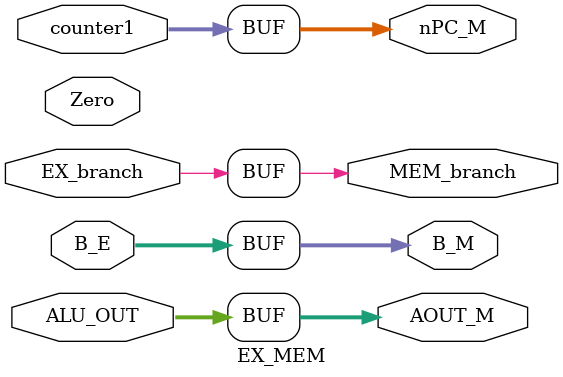
<source format=v>
module EX_MEM (counter1, Zero, ALU_OUT, B_E, EX_branch, nPC_M, AOUT_M, B_M, MEM_branch);

    input [31:0] counter1;
    input Zero;
    input [31:0] ALU_OUT;
    input [31:0] B_E;
    input EX_branch;

    output reg [31:0] nPC_M;
    output reg [31:0] AOUT_M;
    output reg [31:0] B_M;
    output reg MEM_branch;

    always @(*) begin
        nPC_M <= counter1;
        AOUT_M <= ALU_OUT;
        B_M <= B_E;
        MEM_branch <= EX_branch;
    end


endmodule
</source>
